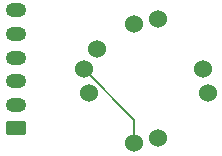
<source format=gbr>
%TF.GenerationSoftware,KiCad,Pcbnew,8.0.1*%
%TF.CreationDate,2024-04-20T10:16:12+12:00*%
%TF.ProjectId,thumb-hat,7468756d-622d-4686-9174-2e6b69636164,rev?*%
%TF.SameCoordinates,Original*%
%TF.FileFunction,Copper,L2,Bot*%
%TF.FilePolarity,Positive*%
%FSLAX46Y46*%
G04 Gerber Fmt 4.6, Leading zero omitted, Abs format (unit mm)*
G04 Created by KiCad (PCBNEW 8.0.1) date 2024-04-20 10:16:12*
%MOMM*%
%LPD*%
G01*
G04 APERTURE LIST*
G04 Aperture macros list*
%AMRoundRect*
0 Rectangle with rounded corners*
0 $1 Rounding radius*
0 $2 $3 $4 $5 $6 $7 $8 $9 X,Y pos of 4 corners*
0 Add a 4 corners polygon primitive as box body*
4,1,4,$2,$3,$4,$5,$6,$7,$8,$9,$2,$3,0*
0 Add four circle primitives for the rounded corners*
1,1,$1+$1,$2,$3*
1,1,$1+$1,$4,$5*
1,1,$1+$1,$6,$7*
1,1,$1+$1,$8,$9*
0 Add four rect primitives between the rounded corners*
20,1,$1+$1,$2,$3,$4,$5,0*
20,1,$1+$1,$4,$5,$6,$7,0*
20,1,$1+$1,$6,$7,$8,$9,0*
20,1,$1+$1,$8,$9,$2,$3,0*%
G04 Aperture macros list end*
%TA.AperFunction,ComponentPad*%
%ADD10RoundRect,0.250000X0.625000X-0.350000X0.625000X0.350000X-0.625000X0.350000X-0.625000X-0.350000X0*%
%TD*%
%TA.AperFunction,ComponentPad*%
%ADD11O,1.750000X1.200000*%
%TD*%
%TA.AperFunction,ComponentPad*%
%ADD12C,1.524000*%
%TD*%
%TA.AperFunction,Conductor*%
%ADD13C,0.200000*%
%TD*%
G04 APERTURE END LIST*
D10*
%TO.P,J1,1,Pin_1*%
%TO.N,Net-(J1-Pin_1)*%
X123950000Y-97500000D03*
D11*
%TO.P,J1,2,Pin_2*%
%TO.N,Net-(J1-Pin_2)*%
X123950000Y-95500000D03*
%TO.P,J1,3,Pin_3*%
%TO.N,Net-(J1-Pin_3)*%
X123950000Y-93500000D03*
%TO.P,J1,4,Pin_4*%
%TO.N,Net-(J1-Pin_4)*%
X123950000Y-91500000D03*
%TO.P,J1,5,Pin_5*%
%TO.N,Net-(J1-Pin_5)*%
X123950000Y-89500000D03*
%TO.P,J1,6,Pin_6*%
%TO.N,Net-(J1-Pin_6)*%
X123950000Y-87500000D03*
%TD*%
D12*
%TO.P,SW1,1,A*%
%TO.N,Net-(J1-Pin_1)*%
X136000000Y-98350000D03*
%TO.P,SW1,2,B*%
%TO.N,Net-(J1-Pin_2)*%
X139850000Y-92500000D03*
%TO.P,SW1,3,C*%
%TO.N,Net-(J1-Pin_3)*%
X134000000Y-88650000D03*
%TO.P,SW1,4,D*%
%TO.N,Net-(J1-Pin_4)*%
X130150000Y-94500000D03*
%TO.P,SW1,5,PUSH*%
%TO.N,Net-(J1-Pin_5)*%
X129740000Y-92500000D03*
X134000000Y-98760000D03*
X140260000Y-94500000D03*
%TO.P,SW1,6,COM*%
%TO.N,Net-(J1-Pin_6)*%
X136000000Y-88240000D03*
%TO.P,SW1,7,GND*%
X130850000Y-90800000D03*
%TD*%
D13*
%TO.N,Net-(J1-Pin_5)*%
X134000000Y-96760000D02*
X134000000Y-98760000D01*
X129740000Y-92500000D02*
X134000000Y-96760000D01*
%TD*%
M02*

</source>
